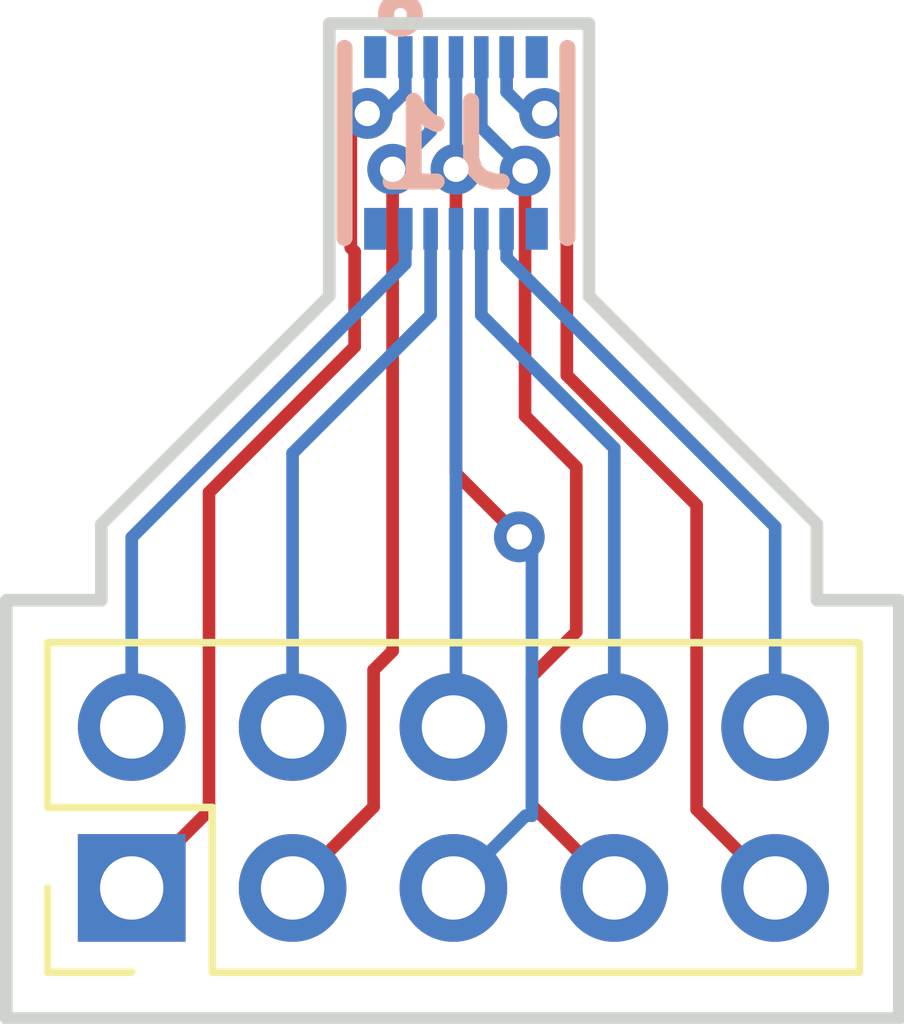
<source format=kicad_pcb>
(kicad_pcb (version 20221018) (generator pcbnew)
  (layers (0 "F.Cu" signal) (31 "B.Cu" signal) (34 "B.Paste" user) (35 "F.Paste" user) (36 "B.SilkS" user "B.Silkscreen") (37 "F.SilkS" user "F.Silkscreen") (38 "B.Mask" user) (39 "F.Mask" user) (44 "Edge.Cuts" user))
  (net 0 "")
  (net 1 "Net-(J2-Pin_1)")
  (net 2 "Net-(J2-Pin_2)")
  (net 3 "Net-(J2-Pin_3)")
  (net 4 "Net-(J2-Pin_4)")
  (net 5 "Net-(J2-Pin_5)")
  (net 6 "Net-(J2-Pin_6)")
  (net 7 "Net-(J2-Pin_7)")
  (net 8 "Net-(J2-Pin_8)")
  (net 9 "Net-(J2-Pin_9)")
  (net 10 "Net-(J2-Pin_10)")
  (footprint "Connector_PinHeader_2.54mm:PinHeader_2x05_P2.54mm_Vertical" (layer "F.Cu") (at 126.58 95.14 90)
    (fp_text reference "J2" hide)
    (fp_text value "Conn_02x05_Top_Bottom" hide)
    (fp_line (start -1.33 -1.33) (end 0 -1.33) (stroke (width 0.12)) (layer "F.SilkS"))
    (fp_line (start -1.33 0) (end -1.33 -1.33) (stroke (width 0.12)) (layer "F.SilkS"))
    (fp_line (start -1.33 1.27) (end -1.33 11.49) (stroke (width 0.12)) (layer "F.SilkS"))
    (fp_line (start -1.33 1.27) (end 1.27 1.27) (stroke (width 0.12)) (layer "F.SilkS"))
    (fp_line (start -1.33 11.49) (end 3.87 11.49) (stroke (width 0.12)) (layer "F.SilkS"))
    (fp_line (start 1.27 -1.33) (end 3.87 -1.33) (stroke (width 0.12)) (layer "F.SilkS"))
    (fp_line (start 1.27 1.27) (end 1.27 -1.33) (stroke (width 0.12)) (layer "F.SilkS"))
    (fp_line (start 3.87 -1.33) (end 3.87 11.49) (stroke (width 0.12)) (layer "F.SilkS"))
    (pad "1" thru_hole rect (at 0 0 90) (size 1.7 1.7) (drill 1) (layers "*.Cu" "*.Mask") (net 1 "Net-(J2-Pin_1)"))
    (pad "2" thru_hole oval (at 2.54 0 90) (size 1.7 1.7) (drill 1) (layers "*.Cu" "*.Mask") (net 2 "Net-(J2-Pin_2)"))
    (pad "3" thru_hole oval (at 0 2.54 90) (size 1.7 1.7) (drill 1) (layers "*.Cu" "*.Mask") (net 3 "Net-(J2-Pin_3)"))
    (pad "4" thru_hole oval (at 2.54 2.54 90) (size 1.7 1.7) (drill 1) (layers "*.Cu" "*.Mask") (net 4 "Net-(J2-Pin_4)"))
    (pad "5" thru_hole oval (at 0 5.08 90) (size 1.7 1.7) (drill 1) (layers "*.Cu" "*.Mask") (net 5 "Net-(J2-Pin_5)"))
    (pad "6" thru_hole oval (at 2.54 5.08 90) (size 1.7 1.7) (drill 1) (layers "*.Cu" "*.Mask") (net 6 "Net-(J2-Pin_6)"))
    (pad "7" thru_hole oval (at 0 7.62 90) (size 1.7 1.7) (drill 1) (layers "*.Cu" "*.Mask") (net 7 "Net-(J2-Pin_7)"))
    (pad "8" thru_hole oval (at 2.54 7.62 90) (size 1.7 1.7) (drill 1) (layers "*.Cu" "*.Mask") (net 8 "Net-(J2-Pin_8)"))
    (pad "9" thru_hole oval (at 0 10.16 90) (size 1.7 1.7) (drill 1) (layers "*.Cu" "*.Mask") (net 9 "Net-(J2-Pin_9)"))
    (pad "10" thru_hole oval (at 2.54 10.16 90) (size 1.7 1.7) (drill 1) (layers "*.Cu" "*.Mask") (net 10 "Net-(J2-Pin_10)"))
  )
  (footprint "ADG1236YCPZ-REEL7:DF40C-10DP-0.4V_51_" (layer "B.Cu") (at 131.7 84.7402)
    (fp_text reference "J1" (at -0.184 -1.321) (layer "B.SilkS") (effects (font (size 1.27 1.27) (thickness 0.254)) (justify mirror)))
    (fp_text value "DF40C-10DP-0.4V_51_" hide)
    (fp_line (start -1.76 0.145) (end -1.76 -2.855) (stroke (width 0.254)) (layer "B.SilkS"))
    (fp_line (start 1.76 -2.855) (end 1.76 0.145) (stroke (width 0.254)) (layer "B.SilkS"))
    (fp_circle (center -0.877 -3.383) (end -0.877 -3.4834) (stroke (width 0.254)) (fill none) (layer "B.SilkS"))
    (pad "1" smd rect (at -0.8 -2.71) (size 0.23 0.66) (layers "B.Cu" "B.Paste" "B.Mask") (net 1 "Net-(J2-Pin_1)"))
    (pad "2" smd rect (at -0.8 0) (size 0.23 0.66) (layers "B.Cu" "B.Paste" "B.Mask") (net 2 "Net-(J2-Pin_2)"))
    (pad "3" smd rect (at -0.4 -2.71) (size 0.23 0.66) (layers "B.Cu" "B.Paste" "B.Mask") (net 3 "Net-(J2-Pin_3)"))
    (pad "4" smd rect (at -0.4 0) (size 0.23 0.66) (layers "B.Cu" "B.Paste" "B.Mask") (net 4 "Net-(J2-Pin_4)"))
    (pad "5" smd rect (at 0 -2.71) (size 0.23 0.66) (layers "B.Cu" "B.Paste" "B.Mask") (net 5 "Net-(J2-Pin_5)"))
    (pad "6" smd rect (at 0 0) (size 0.23 0.66) (layers "B.Cu" "B.Paste" "B.Mask") (net 6 "Net-(J2-Pin_6)"))
    (pad "7" smd rect (at 0.4 -2.71) (size 0.23 0.66) (layers "B.Cu" "B.Paste" "B.Mask") (net 7 "Net-(J2-Pin_7)"))
    (pad "8" smd rect (at 0.4 0) (size 0.23 0.66) (layers "B.Cu" "B.Paste" "B.Mask") (net 8 "Net-(J2-Pin_8)"))
    (pad "9" smd rect (at 0.8 -2.71) (size 0.23 0.66) (layers "B.Cu" "B.Paste" "B.Mask") (net 9 "Net-(J2-Pin_9)"))
    (pad "10" smd rect (at 0.8 0) (size 0.23 0.66) (layers "B.Cu" "B.Paste" "B.Mask") (net 10 "Net-(J2-Pin_10)"))
    (pad "11" smd rect (at -1.275 0) (size 0.35 0.66) (layers "B.Cu" "B.Paste" "B.Mask"))
    (pad "12" smd rect (at 1.275 0) (size 0.35 0.66) (layers "B.Cu" "B.Paste" "B.Mask"))
    (pad "13" smd rect (at -1.275 -2.71) (size 0.35 0.66) (layers "B.Cu" "B.Paste" "B.Mask"))
    (pad "14" smd rect (at 1.275 -2.71) (size 0.35 0.66) (layers "B.Cu" "B.Paste" "B.Mask"))
  )
  (gr_poly (pts (xy 133.8 81.5) (xy 133.8 85.8) (xy 137.4 89.4) (xy 137.4 90.6) (xy 138.7 90.6) (xy 138.7 97.2) (xy 124.6 97.2) (xy 124.6 90.6) (xy 126.1 90.6) (xy 126.1 89.4) (xy 129.7 85.8) (xy 129.7 81.5)) (stroke (width 0.2)) (fill none) (layer "Edge.Cuts"))
  (segment (start 127.8 93.92) (end 127.8 88.9) (width 0.2) (layer "F.Cu") (net 1))
  (segment (start 127.8 88.9) (end 130.1 86.6) (width 0.2) (layer "F.Cu") (net 1))
  (segment (start 130.04 83.179702) (end 130.3 82.919702) (width 0.2) (layer "F.Cu") (net 1))
  (segment (start 130.1 86.6) (end 130.1 85.1) (width 0.2) (layer "F.Cu") (net 1))
  (segment (start 130.04 85.04) (end 130.04 83.179702) (width 0.2) (layer "F.Cu") (net 1))
  (segment (start 130.1 85.1) (end 130.04 85.04) (width 0.2) (layer "F.Cu") (net 1))
  (segment (start 126.58 95.14) (end 127.8 93.92) (width 0.2) (layer "F.Cu") (net 1))
  (via (at 130.3 82.919702) (size 0.8) (drill 0.4) (layers "F.Cu" "B.Cu") (net 1))
  (segment (start 130.560498 82.919702) (end 130.3 82.919702) (width 0.2) (layer "B.Cu") (net 1))
  (segment (start 130.9 82.0302) (end 130.9 82.5802) (width 0.2) (layer "B.Cu") (net 1))
  (segment (start 130.9 82.5802) (end 130.560498 82.919702) (width 0.2) (layer "B.Cu") (net 1))
  (segment (start 130.9 85.2902) (end 126.58 89.6102) (width 0.2) (layer "B.Cu") (net 2))
  (segment (start 126.58 89.6102) (end 126.58 92.6) (width 0.2) (layer "B.Cu") (net 2))
  (segment (start 130.9 84.7402) (end 130.9 85.2902) (width 0.2) (layer "B.Cu") (net 2))
  (segment (start 130.4 93.86) (end 130.4 91.7) (width 0.2) (layer "F.Cu") (net 3))
  (segment (start 130.4 91.7) (end 130.7 91.4) (width 0.2) (layer "F.Cu") (net 3))
  (segment (start 130.7 91.4) (end 130.7 83.8) (width 0.2) (layer "F.Cu") (net 3))
  (segment (start 129.12 95.14) (end 130.4 93.86) (width 0.2) (layer "F.Cu") (net 3))
  (via (at 130.7 83.8) (size 0.8) (drill 0.4) (layers "F.Cu" "B.Cu") (net 3))
  (segment (start 131.3 83.2) (end 130.7 83.8) (width 0.2) (layer "B.Cu") (net 3))
  (segment (start 131.3 82.0302) (end 131.3 83.2) (width 0.2) (layer "B.Cu") (net 3))
  (segment (start 129.12 92.6) (end 129.12 88.28) (width 0.2) (layer "B.Cu") (net 4))
  (segment (start 131.3 86.1) (end 131.3 84.7402) (width 0.2) (layer "B.Cu") (net 4))
  (segment (start 129.12 88.28) (end 131.3 86.1) (width 0.2) (layer "B.Cu") (net 4))
  (segment (start 131.7 83.8) (end 131.7 88.6) (width 0.2) (layer "F.Cu") (net 5))
  (segment (start 131.7 88.6) (end 132.7 89.6) (width 0.2) (layer "F.Cu") (net 5))
  (via (at 131.7 83.8) (size 0.8) (drill 0.4) (layers "F.Cu" "B.Cu") (net 5))
  (via (at 132.7 89.6) (size 0.8) (drill 0.4) (layers "F.Cu" "B.Cu") (net 5))
  (segment (start 132.8 94) (end 131.66 95.14) (width 0.2) (layer "B.Cu") (net 5))
  (segment (start 132.7 89.6) (end 132.9 89.8) (width 0.2) (layer "B.Cu") (net 5))
  (segment (start 132.9 94) (end 132.8 94) (width 0.2) (layer "B.Cu") (net 5))
  (segment (start 132.9 89.8) (end 132.9 94) (width 0.2) (layer "B.Cu") (net 5))
  (segment (start 131.7 82.0302) (end 131.7 83.8) (width 0.2) (layer "B.Cu") (net 5))
  (segment (start 131.7 84.7402) (end 131.7 92.56) (width 0.2) (layer "B.Cu") (net 6))
  (segment (start 131.7 92.56) (end 131.66 92.6) (width 0.2) (layer "B.Cu") (net 6))
  (segment (start 132.9 91.8) (end 133.6 91.1) (width 0.2) (layer "F.Cu") (net 7))
  (segment (start 132.9 93.84) (end 132.9 91.8) (width 0.2) (layer "F.Cu") (net 7))
  (segment (start 132.6 84.018401) (end 132.790488 83.827913) (width 0.2) (layer "F.Cu") (net 7))
  (segment (start 134.2 95.14) (end 132.9 93.84) (width 0.2) (layer "F.Cu") (net 7))
  (segment (start 132.790488 87.690488) (end 132.790488 83.827913) (width 0.2) (layer "F.Cu") (net 7))
  (segment (start 133.6 91.1) (end 133.6 88.5) (width 0.2) (layer "F.Cu") (net 7))
  (segment (start 133.6 88.5) (end 132.790488 87.690488) (width 0.2) (layer "F.Cu") (net 7))
  (via (at 132.790488 83.827913) (size 0.8) (drill 0.4) (layers "F.Cu" "B.Cu") (net 7))
  (segment (start 132.1 83.137425) (end 132.790488 83.827913) (width 0.2) (layer "B.Cu") (net 7))
  (segment (start 132.1 82.0302) (end 132.1 83.137425) (width 0.2) (layer "B.Cu") (net 7))
  (segment (start 134.2 88.2) (end 134.2 92.6) (width 0.2) (layer "B.Cu") (net 8))
  (segment (start 132.1 86.1) (end 134.2 88.2) (width 0.2) (layer "B.Cu") (net 8))
  (segment (start 132.1 84.7402) (end 132.1 86.1) (width 0.2) (layer "B.Cu") (net 8))
  (segment (start 133.450488 87.050488) (end 133.450488 83.27019) (width 0.2) (layer "F.Cu") (net 9))
  (segment (start 133.450488 83.27019) (end 133.1 82.919702) (width 0.2) (layer "F.Cu") (net 9))
  (segment (start 135.5 89.1) (end 133.450488 87.050488) (width 0.2) (layer "F.Cu") (net 9))
  (segment (start 135.5 93.9) (end 135.5 89.1) (width 0.2) (layer "F.Cu") (net 9))
  (segment (start 136.74 95.14) (end 135.5 93.9) (width 0.2) (layer "F.Cu") (net 9))
  (via (at 133.1 82.919702) (size 0.8) (drill 0.4) (layers "F.Cu" "B.Cu") (net 9))
  (segment (start 132.5 82.0302) (end 132.5 82.5802) (width 0.2) (layer "B.Cu") (net 9))
  (segment (start 132.5 82.5802) (end 132.839502 82.919702) (width 0.2) (layer "B.Cu") (net 9))
  (segment (start 132.839502 82.919702) (end 133.1 82.919702) (width 0.2) (layer "B.Cu") (net 9))
  (segment (start 132.5 85.2) (end 136.74 89.44) (width 0.2) (layer "B.Cu") (net 10))
  (segment (start 132.5 84.7402) (end 132.5 85.2) (width 0.2) (layer "B.Cu") (net 10))
  (segment (start 136.74 89.44) (end 136.74 92.6) (width 0.2) (layer "B.Cu") (net 10))
)
</source>
